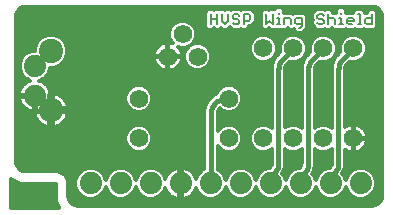
<source format=gtl>
G75*
%MOIN*%
%OFA0B0*%
%FSLAX24Y24*%
%IPPOS*%
%LPD*%
%AMOC8*
5,1,8,0,0,1.08239X$1,22.5*
%
%ADD10C,0.0060*%
%ADD11C,0.0740*%
%ADD12C,0.0620*%
%ADD13C,0.0812*%
%ADD14C,0.0160*%
%ADD15C,0.0120*%
D10*
X009742Y006237D02*
X009799Y006237D01*
X009856Y006293D01*
X009856Y006577D01*
X009686Y006577D01*
X009629Y006520D01*
X009629Y006407D01*
X009686Y006350D01*
X009856Y006350D01*
X009488Y006350D02*
X009488Y006520D01*
X009431Y006577D01*
X009261Y006577D01*
X009261Y006350D01*
X009129Y006350D02*
X009015Y006350D01*
X009072Y006350D02*
X009072Y006577D01*
X009015Y006577D01*
X009072Y006690D02*
X009072Y006747D01*
X008874Y006690D02*
X008874Y006350D01*
X008760Y006463D01*
X008647Y006350D01*
X008647Y006690D01*
X008137Y006634D02*
X008137Y006520D01*
X008080Y006463D01*
X007910Y006463D01*
X007769Y006463D02*
X007769Y006407D01*
X007712Y006350D01*
X007599Y006350D01*
X007542Y006407D01*
X007599Y006520D02*
X007712Y006520D01*
X007769Y006463D01*
X007769Y006634D02*
X007712Y006690D01*
X007599Y006690D01*
X007542Y006634D01*
X007542Y006577D01*
X007599Y006520D01*
X007400Y006463D02*
X007400Y006690D01*
X007174Y006690D02*
X007174Y006463D01*
X007287Y006350D01*
X007400Y006463D01*
X007032Y006520D02*
X006805Y006520D01*
X006805Y006350D02*
X006805Y006690D01*
X007032Y006690D02*
X007032Y006350D01*
X007910Y006350D02*
X007910Y006690D01*
X008080Y006690D01*
X008137Y006634D01*
X010366Y006634D02*
X010366Y006577D01*
X010422Y006520D01*
X010536Y006520D01*
X010593Y006463D01*
X010593Y006407D01*
X010536Y006350D01*
X010422Y006350D01*
X010366Y006407D01*
X010366Y006634D02*
X010422Y006690D01*
X010536Y006690D01*
X010593Y006634D01*
X010734Y006690D02*
X010734Y006350D01*
X010961Y006350D02*
X010961Y006520D01*
X010904Y006577D01*
X010791Y006577D01*
X010734Y006520D01*
X011102Y006577D02*
X011159Y006577D01*
X011159Y006350D01*
X011102Y006350D02*
X011216Y006350D01*
X011348Y006407D02*
X011348Y006520D01*
X011405Y006577D01*
X011518Y006577D01*
X011575Y006520D01*
X011575Y006463D01*
X011348Y006463D01*
X011348Y006407D02*
X011405Y006350D01*
X011518Y006350D01*
X011716Y006350D02*
X011830Y006350D01*
X011773Y006350D02*
X011773Y006690D01*
X011716Y006690D01*
X011962Y006520D02*
X012018Y006577D01*
X012189Y006577D01*
X012189Y006690D02*
X012189Y006350D01*
X012018Y006350D01*
X011962Y006407D01*
X011962Y006520D01*
X011159Y006690D02*
X011159Y006747D01*
D11*
X010810Y001050D03*
X009810Y001050D03*
X008810Y001050D03*
X007810Y001050D03*
X006810Y001050D03*
X005810Y001050D03*
X004810Y001050D03*
X003810Y001050D03*
X002810Y001050D03*
X000950Y003970D03*
X000950Y004970D03*
X011810Y001050D03*
D12*
X011560Y002550D03*
X010560Y002550D03*
X009560Y002550D03*
X008560Y002550D03*
X007420Y002550D03*
X007420Y003880D03*
X006380Y005280D03*
X005380Y005280D03*
X005880Y006030D03*
X008560Y005550D03*
X009560Y005550D03*
X010560Y005550D03*
X011560Y005550D03*
X004420Y003880D03*
X004420Y002550D03*
D13*
X001490Y003491D03*
X001490Y005460D03*
D14*
X006820Y003380D02*
X006820Y001500D01*
X006810Y001240D01*
X006810Y001050D01*
X008924Y001383D02*
X008953Y001416D01*
X008980Y001450D01*
X009003Y001487D01*
X009023Y001526D01*
X009040Y001566D01*
X009053Y001608D01*
X009062Y001650D01*
X009068Y001693D01*
X009070Y001737D01*
X009070Y004853D01*
X009072Y004897D01*
X009078Y004940D01*
X009087Y004982D01*
X009100Y005024D01*
X009117Y005064D01*
X009137Y005103D01*
X009160Y005140D01*
X009187Y005174D01*
X009216Y005207D01*
X009216Y005206D02*
X009560Y005550D01*
X010206Y005196D02*
X010560Y005550D01*
X011216Y005206D02*
X011560Y005550D01*
X011216Y005207D02*
X011187Y005174D01*
X011160Y005140D01*
X011137Y005103D01*
X011117Y005064D01*
X011100Y005024D01*
X011087Y004982D01*
X011078Y004940D01*
X011072Y004897D01*
X011070Y004853D01*
X011070Y001737D01*
X011068Y001693D01*
X011062Y001650D01*
X011053Y001608D01*
X011040Y001566D01*
X011023Y001526D01*
X011003Y001487D01*
X010980Y001450D01*
X010953Y001416D01*
X010924Y001383D01*
X010924Y001384D02*
X010810Y001270D01*
X010810Y001050D01*
X009914Y001364D02*
X009810Y001260D01*
X009810Y001050D01*
X008810Y001050D02*
X008810Y001270D01*
X009914Y001363D02*
X009943Y001396D01*
X009970Y001430D01*
X009993Y001467D01*
X010013Y001506D01*
X010030Y001546D01*
X010043Y001588D01*
X010052Y001630D01*
X010058Y001673D01*
X010060Y001717D01*
X010060Y004843D01*
X010062Y004887D01*
X010068Y004930D01*
X010077Y004972D01*
X010090Y005014D01*
X010107Y005054D01*
X010127Y005093D01*
X010150Y005130D01*
X010177Y005164D01*
X010206Y005197D01*
X007420Y003880D02*
X007320Y003880D01*
X007276Y003878D01*
X007233Y003872D01*
X007191Y003863D01*
X007149Y003850D01*
X007109Y003833D01*
X007070Y003813D01*
X007033Y003790D01*
X006999Y003763D01*
X006966Y003734D01*
X006937Y003701D01*
X006910Y003667D01*
X006887Y003630D01*
X006867Y003591D01*
X006850Y003551D01*
X006837Y003509D01*
X006828Y003467D01*
X006822Y003424D01*
X006820Y003380D01*
D15*
X001743Y000233D02*
X000160Y000229D01*
X000163Y001203D01*
X000218Y001148D01*
X000479Y001040D01*
X001610Y001040D01*
X001620Y001039D01*
X001638Y001028D01*
X001649Y001010D01*
X001650Y001000D01*
X001650Y000459D01*
X001743Y000233D01*
X001737Y000249D02*
X000160Y000249D01*
X000160Y000367D02*
X001688Y000367D01*
X001650Y000486D02*
X000161Y000486D01*
X000161Y000604D02*
X001650Y000604D01*
X001650Y000723D02*
X000161Y000723D01*
X000162Y000841D02*
X001650Y000841D01*
X001650Y000960D02*
X000162Y000960D01*
X000162Y001078D02*
X000387Y001078D01*
X000218Y001148D02*
X000218Y001148D01*
X000169Y001197D02*
X000163Y001197D01*
X000459Y001509D02*
X000563Y001466D01*
X000620Y001460D01*
X001733Y001460D01*
X001947Y001337D01*
X001947Y001337D01*
X001947Y001337D01*
X002070Y001123D01*
X002070Y000600D01*
X002076Y000543D01*
X002119Y000439D01*
X002199Y000359D01*
X002303Y000316D01*
X002360Y000310D01*
X012230Y000310D01*
X012287Y000316D01*
X012391Y000359D01*
X012471Y000439D01*
X012515Y000543D01*
X012515Y000543D01*
X012520Y000600D01*
X012520Y006650D01*
X012515Y006707D01*
X012471Y006811D01*
X012391Y006891D01*
X012287Y006934D01*
X012230Y006940D01*
X000620Y006940D01*
X000563Y006934D01*
X000459Y006891D01*
X000379Y006811D01*
X000336Y006707D01*
X000330Y006650D01*
X000330Y001750D01*
X000336Y001693D01*
X000379Y001589D01*
X000459Y001509D01*
X000416Y001552D02*
X002689Y001552D01*
X002709Y001560D02*
X002521Y001482D01*
X002378Y001339D01*
X002300Y001151D01*
X002300Y000949D01*
X002378Y000761D01*
X002521Y000618D01*
X002709Y000540D01*
X002911Y000540D01*
X003099Y000618D01*
X003242Y000761D01*
X003310Y000924D01*
X003378Y000761D01*
X003521Y000618D01*
X003709Y000540D01*
X003911Y000540D01*
X004099Y000618D01*
X004242Y000761D01*
X004310Y000924D01*
X004378Y000761D01*
X004521Y000618D01*
X004709Y000540D01*
X004911Y000540D01*
X005099Y000618D01*
X005242Y000761D01*
X005301Y000902D01*
X005319Y000847D01*
X005357Y000772D01*
X005406Y000705D01*
X005465Y000646D01*
X005532Y000597D01*
X005607Y000559D01*
X005686Y000533D01*
X005768Y000520D01*
X005770Y000520D01*
X005770Y001010D01*
X005850Y001010D01*
X005850Y000520D01*
X005852Y000520D01*
X005934Y000533D01*
X006013Y000559D01*
X006088Y000597D01*
X006155Y000646D01*
X006214Y000705D01*
X006263Y000772D01*
X006301Y000847D01*
X006319Y000902D01*
X006378Y000761D01*
X006521Y000618D01*
X006709Y000540D01*
X006911Y000540D01*
X007099Y000618D01*
X007242Y000761D01*
X007310Y000924D01*
X007378Y000761D01*
X007521Y000618D01*
X007709Y000540D01*
X007911Y000540D01*
X008099Y000618D01*
X008242Y000761D01*
X008310Y000924D01*
X008378Y000761D01*
X008521Y000618D01*
X008709Y000540D01*
X008911Y000540D01*
X009099Y000618D01*
X009242Y000761D01*
X009310Y000924D01*
X009378Y000761D01*
X009521Y000618D01*
X009709Y000540D01*
X009911Y000540D01*
X010099Y000618D01*
X010242Y000761D01*
X010310Y000924D01*
X010378Y000761D01*
X010521Y000618D01*
X010709Y000540D01*
X010911Y000540D01*
X011099Y000618D01*
X011242Y000761D01*
X011310Y000924D01*
X011378Y000761D01*
X011521Y000618D01*
X011709Y000540D01*
X011911Y000540D01*
X012099Y000618D01*
X012242Y000761D01*
X012320Y000949D01*
X012320Y001151D01*
X012242Y001339D01*
X012099Y001482D01*
X011911Y001560D01*
X011709Y001560D01*
X011521Y001482D01*
X011378Y001339D01*
X011310Y001176D01*
X011242Y001339D01*
X011201Y001380D01*
X011290Y001594D01*
X011290Y002165D01*
X011314Y002148D01*
X011380Y002114D01*
X011450Y002092D01*
X011523Y002080D01*
X011540Y002080D01*
X011540Y002530D01*
X011580Y002530D01*
X011580Y002570D01*
X011540Y002570D01*
X011540Y003020D01*
X011523Y003020D01*
X011450Y003008D01*
X011380Y002986D01*
X011314Y002952D01*
X011290Y002935D01*
X011290Y004853D01*
X011295Y004908D01*
X011337Y005008D01*
X011372Y005051D01*
X011436Y005114D01*
X011436Y005114D01*
X011470Y005100D01*
X011650Y005100D01*
X011815Y005169D01*
X011941Y005295D01*
X012010Y005460D01*
X012010Y005640D01*
X011941Y005805D01*
X011815Y005931D01*
X011650Y006000D01*
X011470Y006000D01*
X011305Y005931D01*
X011179Y005805D01*
X011110Y005640D01*
X011110Y005460D01*
X011124Y005426D01*
X010996Y005298D01*
X010996Y005298D01*
X010960Y005261D01*
X010850Y004996D01*
X010850Y002896D01*
X010815Y002931D01*
X010650Y003000D01*
X010470Y003000D01*
X010305Y002931D01*
X010280Y002906D01*
X010280Y004843D01*
X010285Y004898D01*
X010327Y004998D01*
X010362Y005041D01*
X010426Y005104D01*
X010426Y005105D01*
X010436Y005114D01*
X010470Y005100D01*
X010650Y005100D01*
X010815Y005169D01*
X010941Y005295D01*
X011010Y005460D01*
X011010Y005640D01*
X010941Y005805D01*
X010815Y005931D01*
X010650Y006000D01*
X010470Y006000D01*
X010305Y005931D01*
X010179Y005805D01*
X010110Y005640D01*
X010110Y005460D01*
X010124Y005426D01*
X009986Y005288D01*
X009986Y005288D01*
X009950Y005251D01*
X009840Y004986D01*
X009840Y002906D01*
X009815Y002931D01*
X009650Y003000D01*
X009470Y003000D01*
X009305Y002931D01*
X009290Y002916D01*
X009290Y004853D01*
X009295Y004908D01*
X009295Y004908D01*
X009337Y005008D01*
X009372Y005051D01*
X009436Y005114D01*
X009470Y005100D01*
X009650Y005100D01*
X009815Y005169D01*
X009941Y005295D01*
X010010Y005460D01*
X010010Y005640D01*
X009941Y005805D01*
X009815Y005931D01*
X009650Y006000D01*
X009470Y006000D01*
X009305Y005931D01*
X009179Y005805D01*
X009110Y005640D01*
X009110Y005460D01*
X009124Y005426D01*
X008996Y005298D01*
X008996Y005298D01*
X008960Y005261D01*
X008850Y004996D01*
X008850Y002896D01*
X008815Y002931D01*
X008650Y003000D01*
X008470Y003000D01*
X008305Y002931D01*
X008179Y002805D01*
X008110Y002640D01*
X008110Y002460D01*
X008179Y002295D01*
X008305Y002169D01*
X008470Y002100D01*
X008650Y002100D01*
X008815Y002169D01*
X008850Y002204D01*
X008850Y001737D01*
X008845Y001682D01*
X008803Y001582D01*
X008785Y001560D01*
X008709Y001560D01*
X008521Y001482D01*
X008378Y001339D01*
X008310Y001176D01*
X008242Y001339D01*
X008099Y001482D01*
X007911Y001560D01*
X007709Y001560D01*
X007521Y001482D01*
X007378Y001339D01*
X007310Y001176D01*
X007242Y001339D01*
X007099Y001482D01*
X007040Y001507D01*
X007043Y001583D01*
X007040Y001586D01*
X007040Y002294D01*
X007165Y002169D01*
X007330Y002100D01*
X007510Y002100D01*
X007675Y002169D01*
X007801Y002295D01*
X007870Y002460D01*
X007870Y002640D01*
X007801Y002805D01*
X007675Y002931D01*
X007510Y003000D01*
X007330Y003000D01*
X007165Y002931D01*
X007040Y002806D01*
X007040Y003380D01*
X007045Y003435D01*
X007087Y003536D01*
X007108Y003556D01*
X007165Y003499D01*
X007330Y003430D01*
X007510Y003430D01*
X007675Y003499D01*
X007801Y003625D01*
X007870Y003790D01*
X007870Y003970D01*
X007801Y004135D01*
X007675Y004261D01*
X007510Y004330D01*
X007330Y004330D01*
X007165Y004261D01*
X007039Y004135D01*
X006992Y004024D01*
X006912Y003990D01*
X006710Y003788D01*
X006600Y003523D01*
X006600Y001515D01*
X006521Y001482D01*
X006378Y001339D01*
X006319Y001198D01*
X006301Y001253D01*
X006263Y001328D01*
X006214Y001395D01*
X006155Y001454D01*
X006088Y001503D01*
X006013Y001541D01*
X005934Y001567D01*
X005852Y001580D01*
X005850Y001580D01*
X005850Y001090D01*
X005770Y001090D01*
X005770Y001580D01*
X005768Y001580D01*
X005686Y001567D01*
X005607Y001541D01*
X005532Y001503D01*
X005465Y001454D01*
X005406Y001395D01*
X005357Y001328D01*
X005319Y001253D01*
X005301Y001198D01*
X005242Y001339D01*
X005099Y001482D01*
X004911Y001560D01*
X004709Y001560D01*
X004521Y001482D01*
X004378Y001339D01*
X004310Y001176D01*
X004242Y001339D01*
X004099Y001482D01*
X003911Y001560D01*
X003709Y001560D01*
X003521Y001482D01*
X003378Y001339D01*
X003310Y001176D01*
X003242Y001339D01*
X003099Y001482D01*
X002911Y001560D01*
X002709Y001560D01*
X002931Y001552D02*
X003689Y001552D01*
X003931Y001552D02*
X004689Y001552D01*
X004931Y001552D02*
X005640Y001552D01*
X005770Y001552D02*
X005850Y001552D01*
X005980Y001552D02*
X006600Y001552D01*
X006600Y001671D02*
X000345Y001671D01*
X000330Y001789D02*
X006600Y001789D01*
X006600Y001908D02*
X000330Y001908D01*
X000330Y002026D02*
X006600Y002026D01*
X006600Y002145D02*
X004617Y002145D01*
X004675Y002169D02*
X004510Y002100D01*
X004330Y002100D01*
X004165Y002169D01*
X004039Y002295D01*
X003970Y002460D01*
X003970Y002640D01*
X004039Y002805D01*
X004165Y002931D01*
X004330Y003000D01*
X004510Y003000D01*
X004675Y002931D01*
X004801Y002805D01*
X004870Y002640D01*
X004870Y002460D01*
X004801Y002295D01*
X004675Y002169D01*
X004769Y002263D02*
X006600Y002263D01*
X006600Y002382D02*
X004837Y002382D01*
X004870Y002500D02*
X006600Y002500D01*
X006600Y002619D02*
X004870Y002619D01*
X004830Y002737D02*
X006600Y002737D01*
X006600Y002856D02*
X004751Y002856D01*
X004572Y002974D02*
X006600Y002974D01*
X006600Y003093D02*
X001891Y003093D01*
X001922Y003123D02*
X001974Y003195D01*
X002014Y003274D01*
X002042Y003359D01*
X002053Y003431D01*
X001550Y003431D01*
X001550Y002928D01*
X001623Y002940D01*
X001707Y002967D01*
X001787Y003007D01*
X001859Y003060D01*
X001922Y003123D01*
X001982Y003211D02*
X006600Y003211D01*
X006600Y003330D02*
X002032Y003330D01*
X002053Y003551D02*
X001550Y003551D01*
X001550Y003431D01*
X001430Y003431D01*
X001430Y002928D01*
X001357Y002940D01*
X001273Y002967D01*
X001193Y003007D01*
X001121Y003060D01*
X001058Y003123D01*
X001006Y003195D01*
X000966Y003274D01*
X000938Y003359D01*
X000927Y003431D01*
X001430Y003431D01*
X001430Y003551D01*
X001276Y003551D01*
X001228Y003517D01*
X001153Y003479D01*
X001074Y003453D01*
X000992Y003440D01*
X000990Y003440D01*
X000990Y003551D01*
X000927Y003551D01*
X000938Y003624D01*
X000966Y003709D01*
X000990Y003757D01*
X000990Y003930D01*
X000910Y003930D01*
X000910Y003440D01*
X000908Y003440D01*
X000826Y003453D01*
X000747Y003479D01*
X000672Y003517D01*
X000605Y003566D01*
X000546Y003625D01*
X000497Y003692D01*
X000459Y003767D01*
X000433Y003846D01*
X000420Y003928D01*
X000420Y003930D01*
X000910Y003930D01*
X000910Y004010D01*
X000420Y004010D01*
X000420Y004012D01*
X000433Y004094D01*
X000459Y004173D01*
X000497Y004248D01*
X000546Y004315D01*
X000605Y004374D01*
X000672Y004423D01*
X000747Y004461D01*
X000802Y004479D01*
X000661Y004538D01*
X000518Y004681D01*
X000440Y004869D01*
X000440Y005071D01*
X000518Y005259D01*
X000661Y005402D01*
X000849Y005480D01*
X000944Y005480D01*
X000944Y005569D01*
X001027Y005769D01*
X001181Y005923D01*
X001381Y006006D01*
X001599Y006006D01*
X001799Y005923D01*
X001953Y005769D01*
X002036Y005569D01*
X002036Y005351D01*
X001953Y005151D01*
X001799Y004997D01*
X001599Y004914D01*
X001460Y004914D01*
X001460Y004869D01*
X001382Y004681D01*
X001239Y004538D01*
X001098Y004479D01*
X001153Y004461D01*
X001228Y004423D01*
X001295Y004374D01*
X001354Y004315D01*
X001403Y004248D01*
X001441Y004173D01*
X001467Y004094D01*
X001480Y004012D01*
X001480Y004010D01*
X001430Y004010D01*
X001430Y003930D01*
X001480Y003930D01*
X001480Y003928D01*
X001467Y003846D01*
X001441Y003767D01*
X001430Y003745D01*
X001430Y003552D01*
X001550Y003552D01*
X001550Y004055D01*
X001623Y004043D01*
X001707Y004016D01*
X001787Y003976D01*
X001859Y003923D01*
X001922Y003860D01*
X001974Y003788D01*
X002014Y003709D01*
X002042Y003624D01*
X002053Y003551D01*
X002051Y003567D02*
X004097Y003567D01*
X004039Y003625D02*
X004165Y003499D01*
X004330Y003430D01*
X004510Y003430D01*
X004675Y003499D01*
X004801Y003625D01*
X004870Y003790D01*
X004870Y003970D01*
X004801Y004135D01*
X004675Y004261D01*
X004510Y004330D01*
X004330Y004330D01*
X004165Y004261D01*
X004039Y004135D01*
X003970Y003970D01*
X003970Y003790D01*
X004039Y003625D01*
X004014Y003685D02*
X002022Y003685D01*
X001963Y003804D02*
X003970Y003804D01*
X003970Y003922D02*
X001860Y003922D01*
X001632Y004041D02*
X003999Y004041D01*
X004063Y004159D02*
X001446Y004159D01*
X001475Y004041D02*
X001550Y004041D01*
X001550Y003922D02*
X001479Y003922D01*
X001453Y003804D02*
X001550Y003804D01*
X001550Y003685D02*
X001430Y003685D01*
X001430Y003567D02*
X001550Y003567D01*
X001550Y003448D02*
X004287Y003448D01*
X004553Y003448D02*
X006600Y003448D01*
X006618Y003567D02*
X004743Y003567D01*
X004826Y003685D02*
X006667Y003685D01*
X006710Y003788D02*
X006710Y003788D01*
X006725Y003804D02*
X004870Y003804D01*
X004870Y003922D02*
X006844Y003922D01*
X006912Y003990D02*
X006912Y003990D01*
X006999Y004041D02*
X004841Y004041D01*
X004777Y004159D02*
X007063Y004159D01*
X007204Y004278D02*
X004636Y004278D01*
X004204Y004278D02*
X001382Y004278D01*
X001265Y004396D02*
X008850Y004396D01*
X008850Y004278D02*
X007636Y004278D01*
X007777Y004159D02*
X008850Y004159D01*
X008850Y004041D02*
X007841Y004041D01*
X007870Y003922D02*
X008850Y003922D01*
X008850Y003804D02*
X007870Y003804D01*
X007826Y003685D02*
X008850Y003685D01*
X008850Y003567D02*
X007743Y003567D01*
X007553Y003448D02*
X008850Y003448D01*
X008850Y003330D02*
X007040Y003330D01*
X007051Y003448D02*
X007287Y003448D01*
X007040Y003211D02*
X008850Y003211D01*
X008850Y003093D02*
X007040Y003093D01*
X007040Y002974D02*
X007268Y002974D01*
X007089Y002856D02*
X007040Y002856D01*
X007572Y002974D02*
X008408Y002974D01*
X008229Y002856D02*
X007751Y002856D01*
X007830Y002737D02*
X008150Y002737D01*
X008110Y002619D02*
X007870Y002619D01*
X007870Y002500D02*
X008110Y002500D01*
X008143Y002382D02*
X007837Y002382D01*
X007769Y002263D02*
X008211Y002263D01*
X008363Y002145D02*
X007617Y002145D01*
X007223Y002145D02*
X007040Y002145D01*
X007040Y002263D02*
X007071Y002263D01*
X007040Y002026D02*
X008850Y002026D01*
X008850Y001908D02*
X007040Y001908D01*
X007040Y001789D02*
X008850Y001789D01*
X008840Y001671D02*
X007040Y001671D01*
X007042Y001552D02*
X007689Y001552D01*
X007931Y001552D02*
X008689Y001552D01*
X008472Y001434D02*
X008148Y001434D01*
X008252Y001315D02*
X008368Y001315D01*
X008319Y001197D02*
X008301Y001197D01*
X008810Y001270D02*
X008924Y001384D01*
X009201Y001380D02*
X009290Y001594D01*
X009290Y002184D01*
X009305Y002169D01*
X009470Y002100D01*
X009650Y002100D01*
X009815Y002169D01*
X009840Y002194D01*
X009840Y001717D01*
X009835Y001662D01*
X009793Y001562D01*
X009792Y001560D01*
X009709Y001560D01*
X009521Y001482D01*
X009378Y001339D01*
X009310Y001176D01*
X009242Y001339D01*
X009201Y001380D01*
X009224Y001434D02*
X009472Y001434D01*
X009368Y001315D02*
X009252Y001315D01*
X009301Y001197D02*
X009319Y001197D01*
X009345Y000841D02*
X009275Y000841D01*
X009204Y000723D02*
X009416Y000723D01*
X009554Y000604D02*
X009066Y000604D01*
X008554Y000604D02*
X008066Y000604D01*
X008204Y000723D02*
X008416Y000723D01*
X008345Y000841D02*
X008275Y000841D01*
X007554Y000604D02*
X007066Y000604D01*
X007204Y000723D02*
X007416Y000723D01*
X007345Y000841D02*
X007275Y000841D01*
X007301Y001197D02*
X007319Y001197D01*
X007368Y001315D02*
X007252Y001315D01*
X007148Y001434D02*
X007472Y001434D01*
X006472Y001434D02*
X006176Y001434D01*
X006270Y001315D02*
X006368Y001315D01*
X005850Y001315D02*
X005770Y001315D01*
X005770Y001197D02*
X005850Y001197D01*
X005850Y001434D02*
X005770Y001434D01*
X005444Y001434D02*
X005148Y001434D01*
X005252Y001315D02*
X005350Y001315D01*
X005770Y000960D02*
X005850Y000960D01*
X005850Y000841D02*
X005770Y000841D01*
X005770Y000723D02*
X005850Y000723D01*
X005850Y000604D02*
X005770Y000604D01*
X005522Y000604D02*
X005066Y000604D01*
X005204Y000723D02*
X005393Y000723D01*
X005322Y000841D02*
X005275Y000841D01*
X004554Y000604D02*
X004066Y000604D01*
X004204Y000723D02*
X004416Y000723D01*
X004345Y000841D02*
X004275Y000841D01*
X004301Y001197D02*
X004319Y001197D01*
X004368Y001315D02*
X004252Y001315D01*
X004148Y001434D02*
X004472Y001434D01*
X003472Y001434D02*
X003148Y001434D01*
X003252Y001315D02*
X003368Y001315D01*
X003319Y001197D02*
X003301Y001197D01*
X003275Y000841D02*
X003345Y000841D01*
X003416Y000723D02*
X003204Y000723D01*
X003066Y000604D02*
X003554Y000604D01*
X002554Y000604D02*
X002070Y000604D01*
X002070Y000723D02*
X002416Y000723D01*
X002345Y000841D02*
X002070Y000841D01*
X002070Y000960D02*
X002300Y000960D01*
X002300Y001078D02*
X002070Y001078D01*
X002028Y001197D02*
X002319Y001197D01*
X002368Y001315D02*
X001959Y001315D01*
X001779Y001434D02*
X002472Y001434D01*
X004071Y002263D02*
X000330Y002263D01*
X000330Y002145D02*
X004223Y002145D01*
X004003Y002382D02*
X000330Y002382D01*
X000330Y002500D02*
X003970Y002500D01*
X003970Y002619D02*
X000330Y002619D01*
X000330Y002737D02*
X004010Y002737D01*
X004089Y002856D02*
X000330Y002856D01*
X000330Y002974D02*
X001259Y002974D01*
X001430Y002974D02*
X001550Y002974D01*
X001721Y002974D02*
X004268Y002974D01*
X001550Y003093D02*
X001430Y003093D01*
X001430Y003211D02*
X001550Y003211D01*
X001550Y003330D02*
X001430Y003330D01*
X001430Y003448D02*
X001042Y003448D01*
X000990Y003448D02*
X000910Y003448D01*
X000858Y003448D02*
X000330Y003448D01*
X000330Y003567D02*
X000604Y003567D01*
X000502Y003685D02*
X000330Y003685D01*
X000330Y003804D02*
X000447Y003804D01*
X000421Y003922D02*
X000330Y003922D01*
X000330Y004041D02*
X000425Y004041D01*
X000454Y004159D02*
X000330Y004159D01*
X000330Y004278D02*
X000518Y004278D01*
X000635Y004396D02*
X000330Y004396D01*
X000330Y004515D02*
X000717Y004515D01*
X000566Y004633D02*
X000330Y004633D01*
X000330Y004752D02*
X000488Y004752D01*
X000440Y004870D02*
X000330Y004870D01*
X000330Y004989D02*
X000440Y004989D01*
X000455Y005107D02*
X000330Y005107D01*
X000330Y005226D02*
X000504Y005226D01*
X000603Y005344D02*
X000330Y005344D01*
X000330Y005463D02*
X000806Y005463D01*
X000949Y005581D02*
X000330Y005581D01*
X000330Y005700D02*
X000998Y005700D01*
X001076Y005818D02*
X000330Y005818D01*
X000330Y005937D02*
X001214Y005937D01*
X001766Y005937D02*
X005432Y005937D01*
X005430Y005940D02*
X005499Y005775D01*
X005557Y005717D01*
X005490Y005738D01*
X005417Y005750D01*
X005400Y005750D01*
X005400Y005300D01*
X005850Y005300D01*
X005850Y005317D01*
X005838Y005390D01*
X005816Y005460D01*
X005782Y005526D01*
X005738Y005586D01*
X005712Y005612D01*
X005790Y005580D01*
X005970Y005580D01*
X006096Y005632D01*
X005999Y005535D01*
X005930Y005370D01*
X005930Y005190D01*
X005999Y005025D01*
X006125Y004899D01*
X006290Y004830D01*
X006470Y004830D01*
X006635Y004899D01*
X006761Y005025D01*
X006830Y005190D01*
X006830Y005370D01*
X006761Y005535D01*
X006635Y005661D01*
X006470Y005730D01*
X006290Y005730D01*
X006164Y005678D01*
X006261Y005775D01*
X006330Y005940D01*
X006330Y006120D01*
X006261Y006285D01*
X006135Y006411D01*
X005970Y006480D01*
X005790Y006480D01*
X005625Y006411D01*
X005499Y006285D01*
X005430Y006120D01*
X005430Y005940D01*
X005430Y006055D02*
X000330Y006055D01*
X000330Y006174D02*
X005452Y006174D01*
X005506Y006292D02*
X000330Y006292D01*
X000330Y006411D02*
X005624Y006411D01*
X006136Y006411D02*
X006635Y006411D01*
X006635Y006529D02*
X000330Y006529D01*
X000330Y006648D02*
X006635Y006648D01*
X006635Y006761D02*
X006735Y006860D01*
X006876Y006860D01*
X006919Y006817D01*
X006962Y006860D01*
X007103Y006860D01*
X007103Y006860D01*
X007103Y006860D01*
X007244Y006860D01*
X007287Y006817D01*
X007330Y006860D01*
X007471Y006860D01*
X007500Y006832D01*
X007528Y006860D01*
X007782Y006860D01*
X007811Y006832D01*
X007840Y006860D01*
X008151Y006860D01*
X008207Y006804D01*
X008307Y006704D01*
X008307Y006450D01*
X008250Y006393D01*
X008151Y006293D01*
X008080Y006293D01*
X008080Y006280D01*
X007981Y006180D01*
X007840Y006180D01*
X007811Y006209D01*
X007782Y006180D01*
X007528Y006180D01*
X007443Y006265D01*
X007357Y006180D01*
X007217Y006180D01*
X007160Y006237D01*
X007103Y006180D01*
X006962Y006180D01*
X006919Y006223D01*
X006876Y006180D01*
X006735Y006180D01*
X006635Y006280D01*
X006635Y006761D01*
X006641Y006766D02*
X000360Y006766D01*
X000452Y006885D02*
X008969Y006885D01*
X008944Y006860D02*
X008803Y006860D01*
X008760Y006817D01*
X008717Y006860D01*
X008576Y006860D01*
X008477Y006761D01*
X008477Y006280D01*
X008576Y006180D01*
X008717Y006180D01*
X008760Y006223D01*
X008803Y006180D01*
X008944Y006180D01*
X008944Y006180D01*
X008945Y006180D01*
X009331Y006180D01*
X009374Y006223D01*
X009417Y006180D01*
X009558Y006180D01*
X009572Y006194D01*
X009572Y006166D01*
X009672Y006067D01*
X009870Y006067D01*
X009926Y006123D01*
X010026Y006223D01*
X010026Y006647D01*
X009926Y006747D01*
X009615Y006747D01*
X009559Y006690D01*
X009558Y006690D01*
X009501Y006747D01*
X009242Y006747D01*
X009242Y006817D01*
X009142Y006917D01*
X009001Y006917D01*
X008944Y006860D01*
X008944Y006860D01*
X009175Y006885D02*
X011056Y006885D01*
X011089Y006917D02*
X010989Y006817D01*
X010989Y006732D01*
X010975Y006747D01*
X010904Y006747D01*
X010904Y006761D01*
X010804Y006860D01*
X010664Y006860D01*
X010635Y006832D01*
X010606Y006860D01*
X010352Y006860D01*
X010295Y006804D01*
X010196Y006704D01*
X010196Y006506D01*
X010210Y006492D01*
X010196Y006477D01*
X010196Y006336D01*
X010352Y006180D01*
X010606Y006180D01*
X010635Y006209D01*
X010664Y006180D01*
X010804Y006180D01*
X010847Y006223D01*
X010890Y006180D01*
X011031Y006180D01*
X011032Y006180D01*
X011286Y006180D01*
X011310Y006204D01*
X011334Y006180D01*
X011588Y006180D01*
X011617Y006209D01*
X011646Y006180D01*
X011900Y006180D01*
X011924Y006204D01*
X011948Y006180D01*
X012259Y006180D01*
X012359Y006280D01*
X012359Y006647D01*
X012359Y006761D01*
X012259Y006860D01*
X012118Y006860D01*
X012019Y006761D01*
X012019Y006747D01*
X011948Y006747D01*
X011943Y006742D01*
X011943Y006761D01*
X011843Y006860D01*
X011646Y006860D01*
X011546Y006761D01*
X011546Y006747D01*
X011334Y006747D01*
X011329Y006742D01*
X011329Y006817D01*
X011229Y006917D01*
X011089Y006917D01*
X011262Y006885D02*
X012398Y006885D01*
X012353Y006766D02*
X012490Y006766D01*
X012520Y006648D02*
X012359Y006648D01*
X012359Y006529D02*
X012520Y006529D01*
X012520Y006411D02*
X012359Y006411D01*
X012359Y006292D02*
X012520Y006292D01*
X012520Y006174D02*
X009977Y006174D01*
X010026Y006292D02*
X010240Y006292D01*
X010196Y006411D02*
X010026Y006411D01*
X010026Y006529D02*
X010196Y006529D01*
X010196Y006648D02*
X010026Y006648D01*
X010258Y006766D02*
X009242Y006766D01*
X009558Y006690D02*
X009558Y006690D01*
X009572Y006174D02*
X006308Y006174D01*
X006254Y006292D02*
X006635Y006292D01*
X006330Y006055D02*
X012520Y006055D01*
X012520Y005937D02*
X011803Y005937D01*
X011928Y005818D02*
X012520Y005818D01*
X012520Y005700D02*
X011985Y005700D01*
X012010Y005581D02*
X012520Y005581D01*
X012520Y005463D02*
X012010Y005463D01*
X011962Y005344D02*
X012520Y005344D01*
X012520Y005226D02*
X011872Y005226D01*
X011666Y005107D02*
X012520Y005107D01*
X012520Y004989D02*
X011329Y004989D01*
X011428Y005107D02*
X011454Y005107D01*
X011292Y004870D02*
X012520Y004870D01*
X012520Y004752D02*
X011290Y004752D01*
X011290Y004633D02*
X012520Y004633D01*
X012520Y004515D02*
X011290Y004515D01*
X011290Y004396D02*
X012520Y004396D01*
X012520Y004278D02*
X011290Y004278D01*
X011290Y004159D02*
X012520Y004159D01*
X012520Y004041D02*
X011290Y004041D01*
X011290Y003922D02*
X012520Y003922D01*
X012520Y003804D02*
X011290Y003804D01*
X011290Y003685D02*
X012520Y003685D01*
X012520Y003567D02*
X011290Y003567D01*
X011290Y003448D02*
X012520Y003448D01*
X012520Y003330D02*
X011290Y003330D01*
X011290Y003211D02*
X012520Y003211D01*
X012520Y003093D02*
X011290Y003093D01*
X011290Y002974D02*
X011357Y002974D01*
X011540Y002974D02*
X011580Y002974D01*
X011580Y003020D02*
X011580Y002570D01*
X012030Y002570D01*
X012030Y002587D01*
X012018Y002660D01*
X011996Y002730D01*
X011962Y002796D01*
X011918Y002856D01*
X011866Y002908D01*
X011806Y002952D01*
X011740Y002986D01*
X011670Y003008D01*
X011597Y003020D01*
X011580Y003020D01*
X011763Y002974D02*
X012520Y002974D01*
X012520Y002856D02*
X011919Y002856D01*
X011992Y002737D02*
X012520Y002737D01*
X012520Y002619D02*
X012025Y002619D01*
X012030Y002530D02*
X011580Y002530D01*
X011580Y002080D01*
X011597Y002080D01*
X011670Y002092D01*
X011740Y002114D01*
X011806Y002148D01*
X011866Y002192D01*
X011918Y002244D01*
X011962Y002304D01*
X011996Y002370D01*
X012018Y002440D01*
X012030Y002513D01*
X012030Y002530D01*
X012028Y002500D02*
X012520Y002500D01*
X012520Y002382D02*
X011999Y002382D01*
X011932Y002263D02*
X012520Y002263D01*
X012520Y002145D02*
X011799Y002145D01*
X011580Y002145D02*
X011540Y002145D01*
X011540Y002263D02*
X011580Y002263D01*
X011580Y002382D02*
X011540Y002382D01*
X011540Y002500D02*
X011580Y002500D01*
X011580Y002619D02*
X011540Y002619D01*
X011540Y002737D02*
X011580Y002737D01*
X011580Y002856D02*
X011540Y002856D01*
X010850Y002974D02*
X010712Y002974D01*
X010850Y003093D02*
X010280Y003093D01*
X010280Y003211D02*
X010850Y003211D01*
X010850Y003330D02*
X010280Y003330D01*
X010280Y003448D02*
X010850Y003448D01*
X010850Y003567D02*
X010280Y003567D01*
X010280Y003685D02*
X010850Y003685D01*
X010850Y003804D02*
X010280Y003804D01*
X010280Y003922D02*
X010850Y003922D01*
X010850Y004041D02*
X010280Y004041D01*
X010280Y004159D02*
X010850Y004159D01*
X010850Y004278D02*
X010280Y004278D01*
X010280Y004396D02*
X010850Y004396D01*
X010850Y004515D02*
X010280Y004515D01*
X010280Y004633D02*
X010850Y004633D01*
X010850Y004752D02*
X010280Y004752D01*
X010283Y004870D02*
X010850Y004870D01*
X010850Y004989D02*
X010323Y004989D01*
X010428Y005107D02*
X010454Y005107D01*
X010666Y005107D02*
X010896Y005107D01*
X010872Y005226D02*
X010945Y005226D01*
X010960Y005261D02*
X010960Y005261D01*
X010962Y005344D02*
X011043Y005344D01*
X011010Y005463D02*
X011110Y005463D01*
X011110Y005581D02*
X011010Y005581D01*
X010985Y005700D02*
X011135Y005700D01*
X011192Y005818D02*
X010928Y005818D01*
X010803Y005937D02*
X011317Y005937D01*
X011032Y006180D02*
X011032Y006180D01*
X010317Y005937D02*
X009803Y005937D01*
X009928Y005818D02*
X010192Y005818D01*
X010135Y005700D02*
X009985Y005700D01*
X010010Y005581D02*
X010110Y005581D01*
X010110Y005463D02*
X010010Y005463D01*
X010043Y005344D02*
X009962Y005344D01*
X009950Y005251D02*
X009950Y005251D01*
X009939Y005226D02*
X009872Y005226D01*
X009890Y005107D02*
X009666Y005107D01*
X009454Y005107D02*
X009428Y005107D01*
X009329Y004989D02*
X009841Y004989D01*
X009840Y004870D02*
X009292Y004870D01*
X009290Y004752D02*
X009840Y004752D01*
X009840Y004633D02*
X009290Y004633D01*
X009290Y004515D02*
X009840Y004515D01*
X009840Y004396D02*
X009290Y004396D01*
X009290Y004278D02*
X009840Y004278D01*
X009840Y004159D02*
X009290Y004159D01*
X009290Y004041D02*
X009840Y004041D01*
X009840Y003922D02*
X009290Y003922D01*
X009290Y003804D02*
X009840Y003804D01*
X009840Y003685D02*
X009290Y003685D01*
X009290Y003567D02*
X009840Y003567D01*
X009840Y003448D02*
X009290Y003448D01*
X009290Y003330D02*
X009840Y003330D01*
X009840Y003211D02*
X009290Y003211D01*
X009290Y003093D02*
X009840Y003093D01*
X009840Y002974D02*
X009712Y002974D01*
X009408Y002974D02*
X009290Y002974D01*
X008850Y002974D02*
X008712Y002974D01*
X008757Y002145D02*
X008850Y002145D01*
X009290Y002145D02*
X009363Y002145D01*
X009290Y002026D02*
X009840Y002026D01*
X009840Y001908D02*
X009290Y001908D01*
X009290Y001789D02*
X009840Y001789D01*
X009835Y001671D02*
X009290Y001671D01*
X009273Y001552D02*
X009689Y001552D01*
X010200Y001381D02*
X010280Y001574D01*
X010280Y002194D01*
X010305Y002169D01*
X010470Y002100D01*
X010650Y002100D01*
X010815Y002169D01*
X010850Y002204D01*
X010850Y001737D01*
X010845Y001682D01*
X010803Y001582D01*
X010785Y001560D01*
X010709Y001560D01*
X010521Y001482D01*
X010378Y001339D01*
X010310Y001176D01*
X010242Y001339D01*
X010200Y001381D01*
X010222Y001434D02*
X010472Y001434D01*
X010368Y001315D02*
X010252Y001315D01*
X010301Y001197D02*
X010319Y001197D01*
X010345Y000841D02*
X010275Y000841D01*
X010204Y000723D02*
X010416Y000723D01*
X010554Y000604D02*
X010066Y000604D01*
X011066Y000604D02*
X011554Y000604D01*
X011416Y000723D02*
X011204Y000723D01*
X011275Y000841D02*
X011345Y000841D01*
X011319Y001197D02*
X011301Y001197D01*
X011252Y001315D02*
X011368Y001315D01*
X011472Y001434D02*
X011224Y001434D01*
X011273Y001552D02*
X011689Y001552D01*
X011931Y001552D02*
X012520Y001552D01*
X012520Y001671D02*
X011290Y001671D01*
X011290Y001789D02*
X012520Y001789D01*
X012520Y001908D02*
X011290Y001908D01*
X011290Y002026D02*
X012520Y002026D01*
X012520Y001434D02*
X012148Y001434D01*
X012252Y001315D02*
X012520Y001315D01*
X012520Y001197D02*
X012301Y001197D01*
X012320Y001078D02*
X012520Y001078D01*
X012520Y000960D02*
X012320Y000960D01*
X012275Y000841D02*
X012520Y000841D01*
X012520Y000723D02*
X012204Y000723D01*
X012066Y000604D02*
X012520Y000604D01*
X012491Y000486D02*
X002100Y000486D01*
X002191Y000367D02*
X012399Y000367D01*
X010689Y001552D02*
X010271Y001552D01*
X010280Y001671D02*
X010840Y001671D01*
X010850Y001789D02*
X010280Y001789D01*
X010280Y001908D02*
X010850Y001908D01*
X010850Y002026D02*
X010280Y002026D01*
X010280Y002145D02*
X010363Y002145D01*
X010757Y002145D02*
X010850Y002145D01*
X011290Y002145D02*
X011321Y002145D01*
X010408Y002974D02*
X010280Y002974D01*
X009840Y002145D02*
X009757Y002145D01*
X006554Y000604D02*
X006098Y000604D01*
X006227Y000723D02*
X006416Y000723D01*
X006345Y000841D02*
X006298Y000841D01*
X001089Y003093D02*
X000330Y003093D01*
X000330Y003211D02*
X000998Y003211D01*
X000948Y003330D02*
X000330Y003330D01*
X000910Y003567D02*
X000929Y003567D01*
X000910Y003685D02*
X000958Y003685D01*
X000990Y003804D02*
X000910Y003804D01*
X000910Y003922D02*
X000990Y003922D01*
X001183Y004515D02*
X008850Y004515D01*
X008850Y004633D02*
X001334Y004633D01*
X001412Y004752D02*
X008850Y004752D01*
X008850Y004870D02*
X006566Y004870D01*
X006725Y004989D02*
X008850Y004989D01*
X008896Y005107D02*
X008666Y005107D01*
X008650Y005100D02*
X008815Y005169D01*
X008941Y005295D01*
X009010Y005460D01*
X009010Y005640D01*
X008941Y005805D01*
X008815Y005931D01*
X008650Y006000D01*
X008470Y006000D01*
X008305Y005931D01*
X008179Y005805D01*
X008110Y005640D01*
X008110Y005460D01*
X008179Y005295D01*
X008305Y005169D01*
X008470Y005100D01*
X008650Y005100D01*
X008454Y005107D02*
X006795Y005107D01*
X006830Y005226D02*
X008248Y005226D01*
X008158Y005344D02*
X006830Y005344D01*
X006791Y005463D02*
X008110Y005463D01*
X008110Y005581D02*
X006715Y005581D01*
X006543Y005700D02*
X008135Y005700D01*
X008192Y005818D02*
X006279Y005818D01*
X006328Y005937D02*
X008317Y005937D01*
X008803Y005937D02*
X009317Y005937D01*
X009192Y005818D02*
X008928Y005818D01*
X008985Y005700D02*
X009135Y005700D01*
X009110Y005581D02*
X009010Y005581D01*
X009010Y005463D02*
X009110Y005463D01*
X009043Y005344D02*
X008962Y005344D01*
X008960Y005261D02*
X008960Y005261D01*
X008945Y005226D02*
X008872Y005226D01*
X008477Y006292D02*
X008080Y006292D01*
X008268Y006411D02*
X008477Y006411D01*
X008477Y006529D02*
X008307Y006529D01*
X008307Y006648D02*
X008477Y006648D01*
X008482Y006766D02*
X008245Y006766D01*
X006217Y005700D02*
X006186Y005700D01*
X006045Y005581D02*
X005972Y005581D01*
X005969Y005463D02*
X005814Y005463D01*
X005788Y005581D02*
X005742Y005581D01*
X005400Y005581D02*
X005360Y005581D01*
X005360Y005700D02*
X005400Y005700D01*
X005360Y005750D02*
X005343Y005750D01*
X005270Y005738D01*
X005200Y005716D01*
X005134Y005682D01*
X005074Y005638D01*
X005022Y005586D01*
X004978Y005526D01*
X004944Y005460D01*
X004922Y005390D01*
X004910Y005317D01*
X004910Y005300D01*
X005360Y005300D01*
X005360Y005750D01*
X005481Y005818D02*
X001904Y005818D01*
X001982Y005700D02*
X005168Y005700D01*
X005018Y005581D02*
X002031Y005581D01*
X002036Y005463D02*
X004946Y005463D01*
X004914Y005344D02*
X002033Y005344D01*
X001984Y005226D02*
X004913Y005226D01*
X004910Y005243D02*
X004922Y005170D01*
X004944Y005100D01*
X004978Y005034D01*
X005022Y004974D01*
X005074Y004922D01*
X005134Y004878D01*
X005200Y004844D01*
X005270Y004822D01*
X005343Y004810D01*
X005360Y004810D01*
X005360Y005260D01*
X005400Y005260D01*
X005400Y005300D01*
X005360Y005300D01*
X005360Y005260D01*
X004910Y005260D01*
X004910Y005243D01*
X004942Y005107D02*
X001909Y005107D01*
X001778Y004989D02*
X005011Y004989D01*
X005149Y004870D02*
X001460Y004870D01*
X005360Y004870D02*
X005400Y004870D01*
X005400Y004810D02*
X005417Y004810D01*
X005490Y004822D01*
X005560Y004844D01*
X005626Y004878D01*
X005686Y004922D01*
X005738Y004974D01*
X005782Y005034D01*
X005816Y005100D01*
X005838Y005170D01*
X005850Y005243D01*
X005850Y005260D01*
X005400Y005260D01*
X005400Y004810D01*
X005611Y004870D02*
X006194Y004870D01*
X006035Y004989D02*
X005749Y004989D01*
X005818Y005107D02*
X005965Y005107D01*
X005930Y005226D02*
X005847Y005226D01*
X005846Y005344D02*
X005930Y005344D01*
X005400Y005344D02*
X005360Y005344D01*
X005360Y005226D02*
X005400Y005226D01*
X005400Y005107D02*
X005360Y005107D01*
X005360Y004989D02*
X005400Y004989D01*
X005400Y005463D02*
X005360Y005463D01*
X010899Y006766D02*
X010989Y006766D01*
X011329Y006766D02*
X011551Y006766D01*
X011938Y006766D02*
X012024Y006766D01*
M02*

</source>
